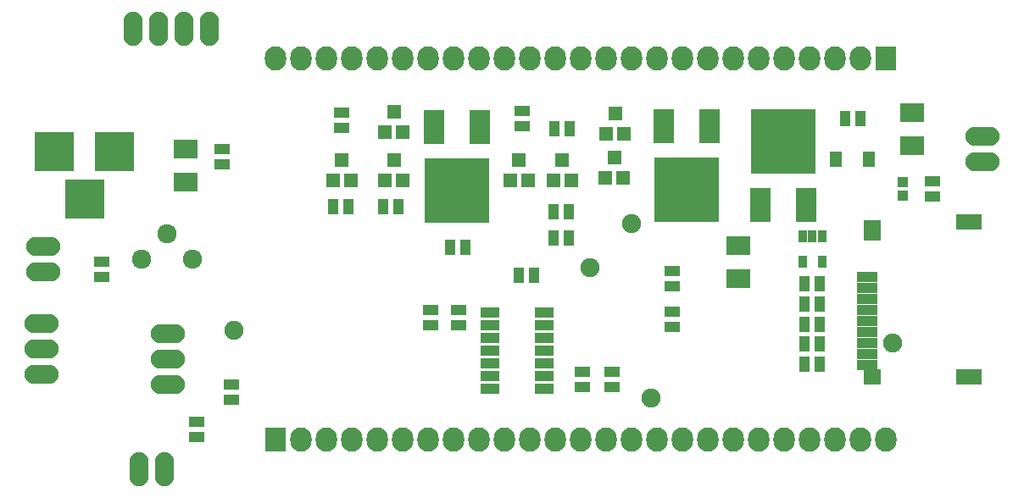
<source format=gbr>
G04 #@! TF.FileFunction,Soldermask,Top*
%FSLAX46Y46*%
G04 Gerber Fmt 4.6, Leading zero omitted, Abs format (unit mm)*
G04 Created by KiCad (PCBNEW 4.1.0-alpha+201607250104+6992~46~ubuntu14.04.1-product) date Sun Jul 31 18:44:05 2016*
%MOMM*%
%LPD*%
G01*
G04 APERTURE LIST*
%ADD10C,0.100000*%
%ADD11R,1.543000X1.035000*%
%ADD12R,2.432000X1.924000*%
%ADD13R,3.900120X3.900120*%
%ADD14R,1.310000X1.620000*%
%ADD15R,1.100000X1.000000*%
%ADD16O,3.414980X1.906220*%
%ADD17R,2.127200X2.432000*%
%ADD18O,2.127200X2.432000*%
%ADD19O,1.906220X3.414980*%
%ADD20R,1.314400X1.314400*%
%ADD21R,2.051000X3.448000*%
%ADD22R,6.496000X6.496000*%
%ADD23R,1.035000X1.543000*%
%ADD24R,1.900000X1.000000*%
%ADD25R,0.908000X1.162000*%
%ADD26C,1.924000*%
%ADD27R,2.600000X1.600000*%
%ADD28R,1.800000X2.000000*%
%ADD29R,1.800000X1.600000*%
%ADD30R,2.000000X1.100000*%
%ADD31C,1.900000*%
G04 APERTURE END LIST*
D10*
D11*
X81000000Y-70038000D03*
X81000000Y-71562000D03*
D12*
X77400000Y-70049000D03*
X77400000Y-73351000D03*
X150000000Y-69651000D03*
X150000000Y-66349000D03*
X132600000Y-82951000D03*
X132600000Y-79649000D03*
D13*
X70300140Y-70300000D03*
X64300660Y-70300000D03*
X67300400Y-74999000D03*
D14*
X145635000Y-71000000D03*
X142365000Y-71000000D03*
D15*
X149000000Y-74700000D03*
X149000000Y-73300000D03*
D16*
X75600000Y-88460000D03*
X75600000Y-91000000D03*
X75600000Y-93540000D03*
D17*
X86360000Y-99060000D03*
D18*
X88900000Y-99060000D03*
X91440000Y-99060000D03*
X93980000Y-99060000D03*
X96520000Y-99060000D03*
X99060000Y-99060000D03*
X101600000Y-99060000D03*
X104140000Y-99060000D03*
X106680000Y-99060000D03*
X109220000Y-99060000D03*
X111760000Y-99060000D03*
X114300000Y-99060000D03*
X116840000Y-99060000D03*
X119380000Y-99060000D03*
X121920000Y-99060000D03*
X124460000Y-99060000D03*
X127000000Y-99060000D03*
X129540000Y-99060000D03*
X132080000Y-99060000D03*
X134620000Y-99060000D03*
X137160000Y-99060000D03*
X139700000Y-99060000D03*
X142240000Y-99060000D03*
X144780000Y-99060000D03*
X147320000Y-99060000D03*
D17*
X147320000Y-60960000D03*
D18*
X144780000Y-60960000D03*
X142240000Y-60960000D03*
X139700000Y-60960000D03*
X137160000Y-60960000D03*
X134620000Y-60960000D03*
X132080000Y-60960000D03*
X129540000Y-60960000D03*
X127000000Y-60960000D03*
X124460000Y-60960000D03*
X121920000Y-60960000D03*
X119380000Y-60960000D03*
X116840000Y-60960000D03*
X114300000Y-60960000D03*
X111760000Y-60960000D03*
X109220000Y-60960000D03*
X106680000Y-60960000D03*
X104140000Y-60960000D03*
X101600000Y-60960000D03*
X99060000Y-60960000D03*
X96520000Y-60960000D03*
X93980000Y-60960000D03*
X91440000Y-60960000D03*
X88900000Y-60960000D03*
X86360000Y-60960000D03*
D19*
X72730000Y-102000000D03*
X75270000Y-102000000D03*
D16*
X63000000Y-87460000D03*
X63000000Y-90000000D03*
X63000000Y-92540000D03*
X63200000Y-79730000D03*
X63200000Y-82270000D03*
D19*
X72190000Y-58000000D03*
X79810000Y-58000000D03*
X77270000Y-58000000D03*
X74730000Y-58000000D03*
D16*
X157000000Y-71270000D03*
X157000000Y-68730000D03*
D20*
X93889000Y-73116000D03*
X92111000Y-73116000D03*
X93000000Y-71084000D03*
X99089000Y-68316000D03*
X97311000Y-68316000D03*
X98200000Y-66284000D03*
X99089000Y-73116000D03*
X97311000Y-73116000D03*
X98200000Y-71084000D03*
D21*
X106786000Y-67800000D03*
D22*
X104500000Y-74150000D03*
D21*
X102214000Y-67800000D03*
D20*
X115889000Y-73116000D03*
X114111000Y-73116000D03*
X115000000Y-71084000D03*
X111589000Y-73116000D03*
X109811000Y-73116000D03*
X110700000Y-71084000D03*
X121189000Y-68516000D03*
X119411000Y-68516000D03*
X120300000Y-66484000D03*
X121089000Y-72916000D03*
X119311000Y-72916000D03*
X120200000Y-70884000D03*
D21*
X129686000Y-67700000D03*
D22*
X127400000Y-74050000D03*
D21*
X125114000Y-67700000D03*
D23*
X97138000Y-75800000D03*
X98662000Y-75800000D03*
X115662000Y-78900000D03*
X114138000Y-78900000D03*
D11*
X104700000Y-86138000D03*
X104700000Y-87662000D03*
X101900000Y-87662000D03*
X101900000Y-86138000D03*
D23*
X92138000Y-75800000D03*
X93662000Y-75800000D03*
X114138000Y-76300000D03*
X115662000Y-76300000D03*
X105362000Y-79800000D03*
X103838000Y-79800000D03*
D11*
X93000000Y-66338000D03*
X93000000Y-67862000D03*
D23*
X110638000Y-82600000D03*
X112162000Y-82600000D03*
X139238000Y-83500000D03*
X140762000Y-83500000D03*
X139238000Y-87500000D03*
X140762000Y-87500000D03*
X139238000Y-89500000D03*
X140762000Y-89500000D03*
X139238000Y-85500000D03*
X140762000Y-85500000D03*
X139238000Y-91500000D03*
X140762000Y-91500000D03*
D11*
X78500000Y-97238000D03*
X78500000Y-98762000D03*
X111000000Y-66238000D03*
X111000000Y-67762000D03*
D23*
X115762000Y-68000000D03*
X114238000Y-68000000D03*
D11*
X82000000Y-93538000D03*
X82000000Y-95062000D03*
X69000000Y-81238000D03*
X69000000Y-82762000D03*
X117000000Y-93762000D03*
X117000000Y-92238000D03*
D24*
X107790000Y-86360000D03*
X107790000Y-87630000D03*
X107790000Y-88900000D03*
X107790000Y-90170000D03*
X107790000Y-91440000D03*
X107790000Y-92710000D03*
X107790000Y-93980000D03*
X113190000Y-93980000D03*
X113190000Y-92710000D03*
X113190000Y-91440000D03*
X113190000Y-90170000D03*
X113190000Y-88900000D03*
X113190000Y-87630000D03*
X113190000Y-86360000D03*
D21*
X134814000Y-75600000D03*
D22*
X137100000Y-69250000D03*
D21*
X139386000Y-75600000D03*
D25*
X140952500Y-78730000D03*
X139047500Y-78730000D03*
X140952500Y-81270000D03*
X140000000Y-78730000D03*
X139047500Y-81270000D03*
D26*
X75540000Y-78460000D03*
X73000000Y-81000000D03*
X78080000Y-81000000D03*
D27*
X155600000Y-77250000D03*
X155600000Y-92750000D03*
D28*
X146000000Y-78150000D03*
D29*
X146000000Y-92750000D03*
D30*
X145500000Y-91600000D03*
X145500000Y-89400000D03*
X145500000Y-90500000D03*
X145500000Y-88300000D03*
X145500000Y-87200000D03*
X145500000Y-86100000D03*
X145500000Y-82800000D03*
X145500000Y-83900000D03*
X145500000Y-85000000D03*
D11*
X120000000Y-92238000D03*
X120000000Y-93762000D03*
D23*
X143238000Y-67000000D03*
X144762000Y-67000000D03*
D11*
X152000000Y-73238000D03*
X152000000Y-74762000D03*
X126000000Y-82238000D03*
X126000000Y-83762000D03*
X126000000Y-86238000D03*
X126000000Y-87762000D03*
D31*
X121900000Y-77500000D03*
X117800000Y-81900000D03*
X82200000Y-88100000D03*
X123900000Y-94900000D03*
X148020000Y-89380000D03*
M02*

</source>
